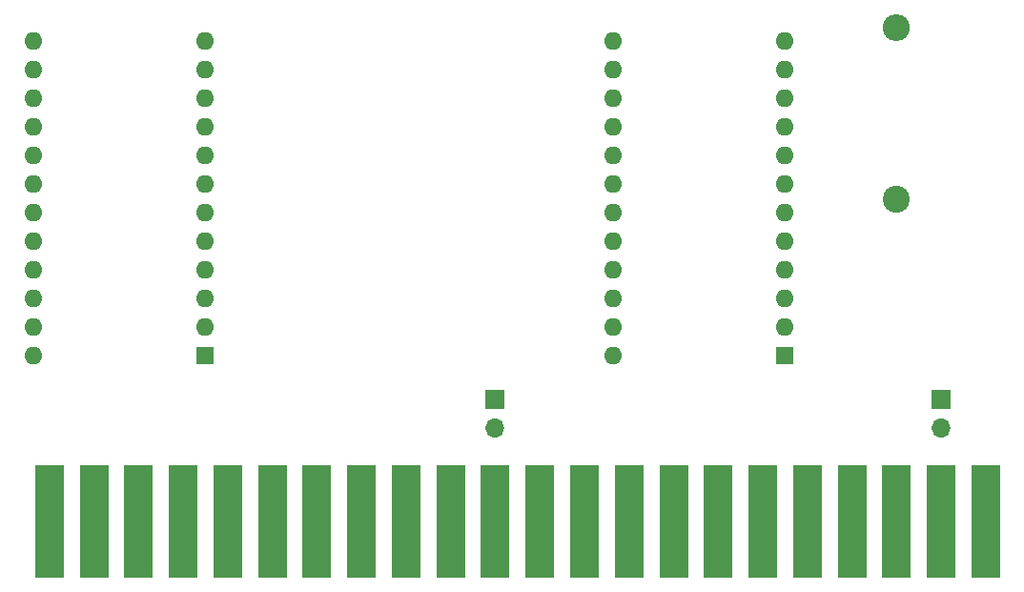
<source format=gbr>
%TF.GenerationSoftware,KiCad,Pcbnew,(5.1.12)-1*%
%TF.CreationDate,2022-08-04T09:57:32+01:00*%
%TF.ProjectId,Apple-1 ROM_RAM,4170706c-652d-4312-9052-4f4d5f52414d,rev?*%
%TF.SameCoordinates,Original*%
%TF.FileFunction,Soldermask,Bot*%
%TF.FilePolarity,Negative*%
%FSLAX46Y46*%
G04 Gerber Fmt 4.6, Leading zero omitted, Abs format (unit mm)*
G04 Created by KiCad (PCBNEW (5.1.12)-1) date 2022-08-04 09:57:32*
%MOMM*%
%LPD*%
G01*
G04 APERTURE LIST*
%ADD10R,1.600000X1.600000*%
%ADD11O,1.600000X1.600000*%
%ADD12R,1.700000X1.700000*%
%ADD13O,1.700000X1.700000*%
%ADD14C,2.400000*%
%ADD15O,2.400000X2.400000*%
%ADD16R,2.540000X10.000000*%
G04 APERTURE END LIST*
D10*
%TO.C,U1*%
X194866200Y-128807460D03*
D11*
X179626200Y-100867460D03*
X194866200Y-126267460D03*
X179626200Y-103407460D03*
X194866200Y-123727460D03*
X179626200Y-105947460D03*
X194866200Y-121187460D03*
X179626200Y-108487460D03*
X194866200Y-118647460D03*
X179626200Y-111027460D03*
X194866200Y-116107460D03*
X179626200Y-113567460D03*
X194866200Y-113567460D03*
X179626200Y-116107460D03*
X194866200Y-111027460D03*
X179626200Y-118647460D03*
X194866200Y-108487460D03*
X179626200Y-121187460D03*
X194866200Y-105947460D03*
X179626200Y-123727460D03*
X194866200Y-103407460D03*
X179626200Y-126267460D03*
X194866200Y-100867460D03*
X179626200Y-128807460D03*
%TD*%
D12*
%TO.C,T1*%
X208726200Y-132767460D03*
D13*
X208726200Y-135307460D03*
%TD*%
D12*
%TO.C,S1*%
X169126200Y-132767460D03*
D13*
X169126200Y-135307460D03*
%TD*%
D14*
%TO.C,R1*%
X204766200Y-114947460D03*
D15*
X204766200Y-99707460D03*
%TD*%
D10*
%TO.C,U2*%
X143386200Y-128807460D03*
D11*
X128146200Y-100867460D03*
X143386200Y-126267460D03*
X128146200Y-103407460D03*
X143386200Y-123727460D03*
X128146200Y-105947460D03*
X143386200Y-121187460D03*
X128146200Y-108487460D03*
X143386200Y-118647460D03*
X128146200Y-111027460D03*
X143386200Y-116107460D03*
X128146200Y-113567460D03*
X143386200Y-113567460D03*
X128146200Y-116107460D03*
X143386200Y-111027460D03*
X128146200Y-118647460D03*
X143386200Y-108487460D03*
X128146200Y-121187460D03*
X143386200Y-105947460D03*
X128146200Y-123727460D03*
X143386200Y-103407460D03*
X128146200Y-126267460D03*
X143386200Y-100867460D03*
X128146200Y-128807460D03*
%TD*%
D16*
%TO.C,J1*%
X212720000Y-143580000D03*
X208760000Y-143580000D03*
X204800000Y-143580000D03*
X200840000Y-143580000D03*
X196880000Y-143580000D03*
X192920000Y-143580000D03*
X188960000Y-143580000D03*
X185000000Y-143580000D03*
X181040000Y-143580000D03*
X177080000Y-143580000D03*
X173120000Y-143580000D03*
X169160000Y-143580000D03*
X165200000Y-143580000D03*
X161240000Y-143580000D03*
X157280000Y-143580000D03*
X153320000Y-143580000D03*
X149360000Y-143580000D03*
X145400000Y-143580000D03*
X141440000Y-143580000D03*
X137480000Y-143580000D03*
X133520000Y-143580000D03*
X129560000Y-143580000D03*
%TD*%
M02*

</source>
